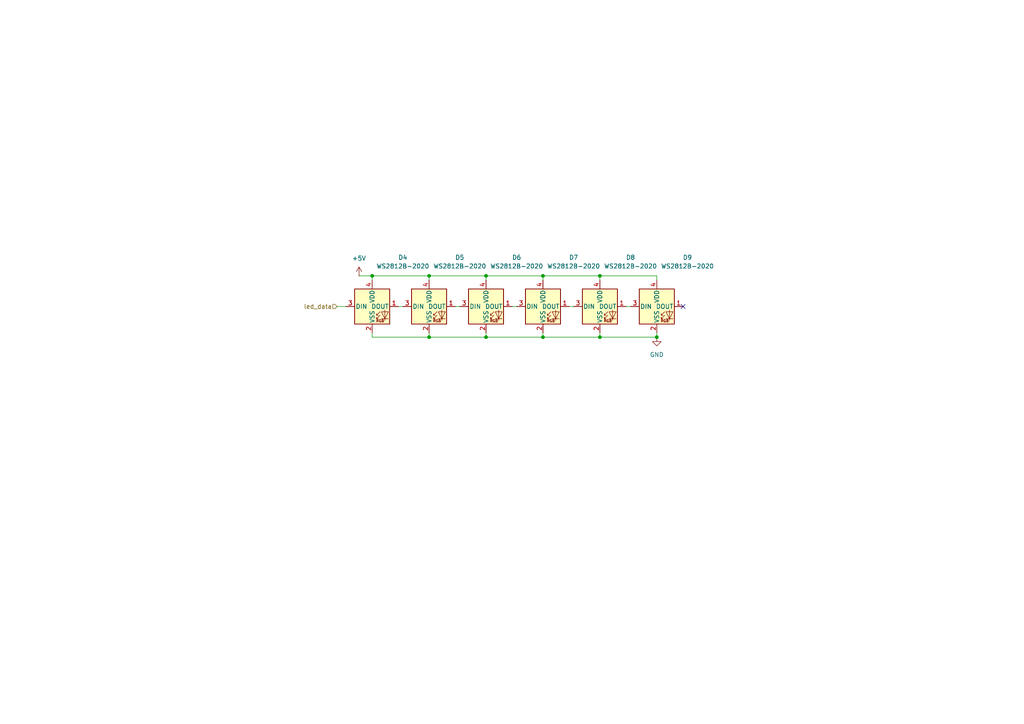
<source format=kicad_sch>
(kicad_sch (version 20250114) (generator "eeschema") (generator_version "9.0")
  (paper "A4")
  (lib_symbols
    (symbol "LED:WS2812B-2020" (pin_names (offset 0.254))
      (property "Reference" "D" (at 5.08 5.715 0))
      (property "Value" "WS2812B-2020" (at 1.27 -5.715 0))
      (symbol "WS2812B-2020_0_0"
        (text "RGB" (at 2.286 -4.191 0) (effects (font (size 0.762 0.762))))
      )
      (symbol "WS2812B-2020_0_1"
        (polyline (pts (xy 1.27 -2.54) (xy 1.778 -2.54)))
        (polyline (pts (xy 1.27 -3.556) (xy 1.778 -3.556)))
        (polyline (pts (xy 2.286 -1.524) (xy 1.27 -2.54) (xy 1.27 -2.032)))
        (polyline (pts (xy 2.286 -2.54) (xy 1.27 -3.556) (xy 1.27 -3.048)))
        (polyline (pts (xy 3.683 -1.016) (xy 3.683 -3.556) (xy 3.683 -4.064)))
        (polyline (pts (xy 4.699 -1.524) (xy 2.667 -1.524) (xy 3.683 -3.556) (xy 4.699 -1.524)))
        (polyline (pts (xy 4.699 -3.556) (xy 2.667 -3.556)))
        (rectangle (start 5.08 5.08) (end -5.08 -5.08) (stroke (width 0.254)) (fill (type background)))
      )
      (symbol "WS2812B-2020_1_1"
        (pin input line (at -7.62 0 0) (length 2.54) (name "DIN") (number "3"))
        (pin power_in line (at 0 7.62 270) (length 2.54) (name "VDD") (number "4"))
        (pin power_in line (at 0 -7.62 90) (length 2.54) (name "VSS") (number "2"))
        (pin output line (at 7.62 0 180) (length 2.54) (name "DOUT") (number "1"))
      )
    )
    (symbol "power:+5V" (power) (pin_numbers (hide yes)) (pin_names (offset 0) (hide yes))
      (property "Value" "+5V" (at 0 3.556 0))
      (symbol "+5V_0_1"
        (polyline (pts (xy -0.762 1.27) (xy 0 2.54)))
        (polyline (pts (xy 0 2.54) (xy 0.762 1.27)))
        (polyline (pts (xy 0 0) (xy 0 2.54)))
      )
      (symbol "+5V_1_1"
        (pin power_in line (at 0 0 90) (length 0) (name "~") (number "1"))
      )
    )
    (symbol "power:GND" (power) (pin_numbers (hide yes)) (pin_names (offset 0) (hide yes))
      (property "Value" "GND" (at 0 -3.81 0))
      (symbol "GND_0_1"
        (polyline (pts (xy 0 0) (xy 0 -1.27) (xy 1.27 -1.27) (xy 0 -2.54) (xy -1.27 -1.27) (xy 0 -1.27)))
      )
      (symbol "GND_1_1"
        (pin power_in line (at 0 0 270) (length 0) (name "~") (number "1"))
      )
    )
  )
  (junction (at 124.46 97.79))
  (junction (at 107.95 80.01))
  (junction (at 190.5 97.79))
  (junction (at 140.97 80.01))
  (junction (at 157.48 97.79))
  (junction (at 140.97 97.79))
  (junction (at 157.48 80.01))
  (junction (at 173.99 80.01))
  (junction (at 173.99 97.79))
  (junction (at 124.46 80.01))
  (no_connect (at 198.12 88.9))
  (wire (pts (xy 181.61 88.9) (xy 182.88 88.9)))
  (wire (pts (xy 132.08 88.9) (xy 133.35 88.9)))
  (wire (pts (xy 148.59 88.9) (xy 149.86 88.9)))
  (wire (pts (xy 157.48 97.79) (xy 173.99 97.79)))
  (wire (pts (xy 173.99 80.01) (xy 173.99 81.28)))
  (wire (pts (xy 124.46 80.01) (xy 124.46 81.28)))
  (wire (pts (xy 190.5 80.01) (xy 190.5 81.28)))
  (wire (pts (xy 107.95 96.52) (xy 107.95 97.79)))
  (wire (pts (xy 107.95 97.79) (xy 124.46 97.79)))
  (wire (pts (xy 115.57 88.9) (xy 116.84 88.9)))
  (wire (pts (xy 140.97 80.01) (xy 157.48 80.01)))
  (wire (pts (xy 173.99 96.52) (xy 173.99 97.79)))
  (wire (pts (xy 157.48 96.52) (xy 157.48 97.79)))
  (wire (pts (xy 97.79 88.9) (xy 100.33 88.9)))
  (wire (pts (xy 104.14 80.01) (xy 107.95 80.01)))
  (wire (pts (xy 165.1 88.9) (xy 166.37 88.9)))
  (wire (pts (xy 107.95 80.01) (xy 124.46 80.01)))
  (wire (pts (xy 190.5 96.52) (xy 190.5 97.79)))
  (wire (pts (xy 157.48 80.01) (xy 173.99 80.01)))
  (wire (pts (xy 173.99 97.79) (xy 190.5 97.79)))
  (wire (pts (xy 173.99 80.01) (xy 190.5 80.01)))
  (wire (pts (xy 107.95 80.01) (xy 107.95 81.28)))
  (wire (pts (xy 124.46 97.79) (xy 140.97 97.79)))
  (wire (pts (xy 124.46 80.01) (xy 140.97 80.01)))
  (wire (pts (xy 140.97 96.52) (xy 140.97 97.79)))
  (wire (pts (xy 124.46 96.52) (xy 124.46 97.79)))
  (wire (pts (xy 140.97 97.79) (xy 157.48 97.79)))
  (wire (pts (xy 140.97 80.01) (xy 140.97 81.28)))
  (wire (pts (xy 157.48 80.01) (xy 157.48 81.28)))
  (hierarchical_label "led_data" (shape input) (at 97.79 88.9 180))
  (symbol (lib_id "power:GND") (at 190.5 97.79 0) (unit 1)
    (property "Reference" "#PWR016" (effects (hide yes)))
    (property "Value" "GND" (at 190.5 102.87 0))
    (property "Description" "Power symbol creates a global label with name \"GND\" , ground" (effects (hide yes)))
  )
  (symbol (lib_id "LED:WS2812B-2020") (at 124.46 88.9 0) (unit 1)
    (property "Reference" "D5" (at 133.35 74.676 0))
    (property "Value" "WS2812B-2020" (at 133.35 77.216 0))
    (property "Footprint" "LED_SMD:LED_WS2812B-2020_PLCC4_2.0x2.0mm" (effects (hide yes)))
    (property "Datasheet" "https://cdn-shop.adafruit.com/product-files/4684/4684_WS2812B-2020_V1.3_EN.pdf" (effects (hide yes)))
    (property "Description" "RGB LED with integrated controller, 2.0 x 2.0 mm, 12 mA" (effects (hide yes)))
  )
  (symbol (lib_id "LED:WS2812B-2020") (at 107.95 88.9 0) (unit 1)
    (property "Reference" "D4" (at 116.84 74.676 0))
    (property "Value" "WS2812B-2020" (at 116.84 77.216 0))
    (property "Footprint" "LED_SMD:LED_WS2812B-2020_PLCC4_2.0x2.0mm" (effects (hide yes)))
    (property "Datasheet" "https://cdn-shop.adafruit.com/product-files/4684/4684_WS2812B-2020_V1.3_EN.pdf" (effects (hide yes)))
    (property "Description" "RGB LED with integrated controller, 2.0 x 2.0 mm, 12 mA" (effects (hide yes)))
  )
  (symbol (lib_id "LED:WS2812B-2020") (at 140.97 88.9 0) (unit 1)
    (property "Reference" "D6" (at 149.86 74.676 0))
    (property "Value" "WS2812B-2020" (at 149.86 77.216 0))
    (property "Footprint" "LED_SMD:LED_WS2812B-2020_PLCC4_2.0x2.0mm" (effects (hide yes)))
    (property "Datasheet" "https://cdn-shop.adafruit.com/product-files/4684/4684_WS2812B-2020_V1.3_EN.pdf" (effects (hide yes)))
    (property "Description" "RGB LED with integrated controller, 2.0 x 2.0 mm, 12 mA" (effects (hide yes)))
  )
  (symbol (lib_id "LED:WS2812B-2020") (at 173.99 88.9 0) (unit 1)
    (property "Reference" "D8" (at 182.88 74.676 0))
    (property "Value" "WS2812B-2020" (at 182.88 77.216 0))
    (property "Footprint" "LED_SMD:LED_WS2812B-2020_PLCC4_2.0x2.0mm" (effects (hide yes)))
    (property "Datasheet" "https://cdn-shop.adafruit.com/product-files/4684/4684_WS2812B-2020_V1.3_EN.pdf" (effects (hide yes)))
    (property "Description" "RGB LED with integrated controller, 2.0 x 2.0 mm, 12 mA" (effects (hide yes)))
  )
  (symbol (lib_id "power:+5V") (at 104.14 80.01 0) (unit 1)
    (property "Reference" "#PWR017" (effects (hide yes)))
    (property "Value" "+5V" (at 104.14 74.93 0))
    (property "Description" "Power symbol creates a global label with name \"+5V\"" (effects (hide yes)))
  )
  (symbol (lib_id "LED:WS2812B-2020") (at 157.48 88.9 0) (unit 1)
    (property "Reference" "D7" (at 166.37 74.676 0))
    (property "Value" "WS2812B-2020" (at 166.37 77.216 0))
    (property "Footprint" "LED_SMD:LED_WS2812B-2020_PLCC4_2.0x2.0mm" (effects (hide yes)))
    (property "Datasheet" "https://cdn-shop.adafruit.com/product-files/4684/4684_WS2812B-2020_V1.3_EN.pdf" (effects (hide yes)))
    (property "Description" "RGB LED with integrated controller, 2.0 x 2.0 mm, 12 mA" (effects (hide yes)))
  )
  (symbol (lib_id "LED:WS2812B-2020") (at 190.5 88.9 0) (unit 1)
    (property "Reference" "D9" (at 199.39 74.676 0))
    (property "Value" "WS2812B-2020" (at 199.39 77.216 0))
    (property "Footprint" "LED_SMD:LED_WS2812B-2020_PLCC4_2.0x2.0mm" (effects (hide yes)))
    (property "Datasheet" "https://cdn-shop.adafruit.com/product-files/4684/4684_WS2812B-2020_V1.3_EN.pdf" (effects (hide yes)))
    (property "Description" "RGB LED with integrated controller, 2.0 x 2.0 mm, 12 mA" (effects (hide yes)))
  )
)
</source>
